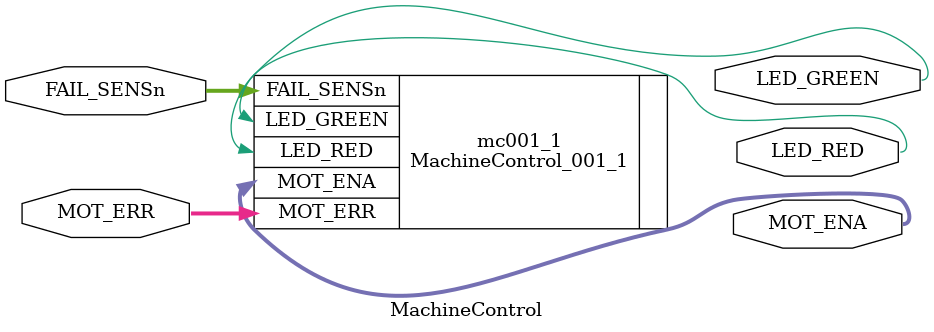
<source format=v>
module MachineControl
(
	input [4:0]  MOT_ERR,
	input [2:0]  FAIL_SENSn,
	output [4:0] MOT_ENA,
	output 	     LED_GREEN,
	output 	     LED_RED
);

MachineControl_001_1   mc001_1
(
	.MOT_ERR			(MOT_ERR),
	.FAIL_SENSn		(FAIL_SENSn),
	.MOT_ENA			(MOT_ENA),
	.LED_GREEN		(LED_GREEN),
	.LED_RED			(LED_RED)
);

endmodule 
</source>
